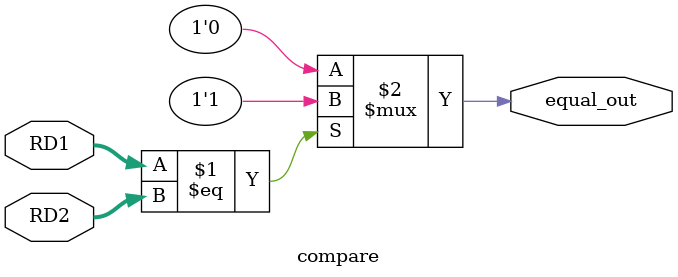
<source format=v>
`timescale 1ns / 1ps
module compare(
input [31:0] RD1,
input [31:0] RD2,
output equal_out
    );
assign equal_out=(RD1==RD2)?1'b1:1'b0;
endmodule

</source>
